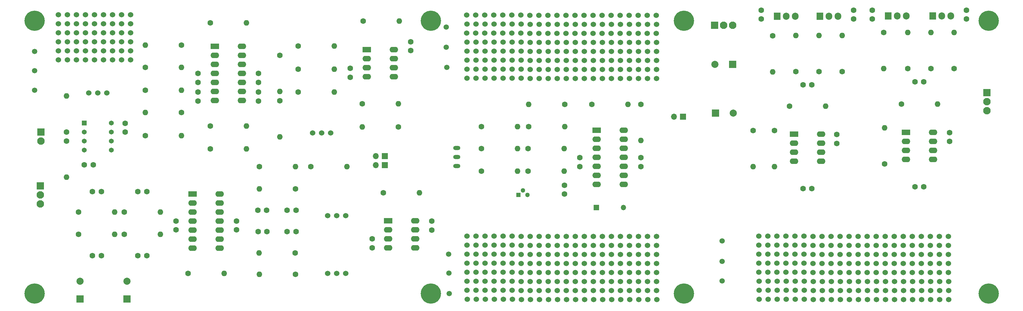
<source format=gbs>
G04 #@! TF.GenerationSoftware,KiCad,Pcbnew,8.0.4*
G04 #@! TF.CreationDate,2024-09-14T23:48:23-04:00*
G04 #@! TF.ProjectId,Signal_Processing_Board,5369676e-616c-45f5-9072-6f6365737369,rev?*
G04 #@! TF.SameCoordinates,Original*
G04 #@! TF.FileFunction,Soldermask,Bot*
G04 #@! TF.FilePolarity,Negative*
%FSLAX46Y46*%
G04 Gerber Fmt 4.6, Leading zero omitted, Abs format (unit mm)*
G04 Created by KiCad (PCBNEW 8.0.4) date 2024-09-14 23:48:23*
%MOMM*%
%LPD*%
G01*
G04 APERTURE LIST*
%ADD10C,1.500000*%
%ADD11C,1.524000*%
%ADD12C,5.700000*%
%ADD13R,1.700000X1.700000*%
%ADD14O,1.700000X1.700000*%
%ADD15R,2.100000X2.100000*%
%ADD16C,2.100000*%
%ADD17R,2.400000X1.600000*%
%ADD18O,2.400000X1.600000*%
%ADD19C,1.600000*%
%ADD20O,1.600000X1.600000*%
%ADD21R,1.905000X2.000000*%
%ADD22O,1.905000X2.000000*%
%ADD23R,2.000000X2.000000*%
%ADD24C,2.000000*%
%ADD25C,1.300000*%
%ADD26R,1.300000X1.300000*%
%ADD27O,2.000000X1.200000*%
%ADD28C,1.371600*%
%ADD29R,1.371600X1.371600*%
%ADD30O,1.500000X1.500000*%
%ADD31R,1.500000X1.500000*%
G04 APERTURE END LIST*
D10*
X274750000Y-176750000D03*
X274750000Y-171250000D03*
X274750000Y-165500000D03*
D11*
X290180000Y-164130000D03*
X290180000Y-169210000D03*
X290190000Y-166670000D03*
X290190000Y-171750000D03*
X290190000Y-174290000D03*
X290200000Y-176830000D03*
X290210000Y-179370000D03*
X290220000Y-181910000D03*
X307960000Y-164170000D03*
X307960000Y-169250000D03*
X307970000Y-166710000D03*
X307970000Y-171790000D03*
X307970000Y-174330000D03*
X307980000Y-176870000D03*
X307990000Y-179410000D03*
X308000000Y-181950000D03*
X323200000Y-164200000D03*
X323200000Y-169280000D03*
X323210000Y-166740000D03*
X323210000Y-171820000D03*
X323210000Y-174360000D03*
X323220000Y-176900000D03*
X323230000Y-179440000D03*
X323240000Y-181980000D03*
X338440000Y-164200000D03*
X338440000Y-169280000D03*
X338450000Y-166740000D03*
X338450000Y-171820000D03*
X338450000Y-174360000D03*
X338460000Y-176900000D03*
X338470000Y-179440000D03*
X338480000Y-181980000D03*
X292720000Y-164130000D03*
X292720000Y-169210000D03*
X292730000Y-166670000D03*
X292730000Y-171750000D03*
X292730000Y-174290000D03*
X292740000Y-176830000D03*
X292750000Y-179370000D03*
X292760000Y-181910000D03*
X310500000Y-164170000D03*
X310500000Y-169250000D03*
X310510000Y-166710000D03*
X310510000Y-171790000D03*
X310510000Y-174330000D03*
X310520000Y-176870000D03*
X310530000Y-179410000D03*
X310540000Y-181950000D03*
X325740000Y-164200000D03*
X325740000Y-169280000D03*
X325750000Y-166740000D03*
X325750000Y-171820000D03*
X325750000Y-174360000D03*
X325760000Y-176900000D03*
X325770000Y-179440000D03*
X325780000Y-181980000D03*
X295260000Y-164130000D03*
X295260000Y-169210000D03*
X295270000Y-166670000D03*
X295270000Y-171750000D03*
X295270000Y-174290000D03*
X295280000Y-176830000D03*
X295290000Y-179370000D03*
X295300000Y-181910000D03*
X313040000Y-164170000D03*
X313040000Y-169250000D03*
X313050000Y-166710000D03*
X313050000Y-171790000D03*
X313050000Y-174330000D03*
X313060000Y-176870000D03*
X313070000Y-179410000D03*
X313080000Y-181950000D03*
X328280000Y-164200000D03*
X328280000Y-169280000D03*
X328290000Y-166740000D03*
X328290000Y-171820000D03*
X328290000Y-174360000D03*
X328300000Y-176900000D03*
X328310000Y-179440000D03*
X328320000Y-181980000D03*
X287640000Y-164130000D03*
X287640000Y-169210000D03*
X287650000Y-166670000D03*
X287650000Y-171750000D03*
X287650000Y-174290000D03*
X287660000Y-176830000D03*
X287670000Y-179370000D03*
X287680000Y-181910000D03*
X305420000Y-164170000D03*
X305420000Y-169250000D03*
X305430000Y-166710000D03*
X305430000Y-171790000D03*
X305430000Y-174330000D03*
X305440000Y-176870000D03*
X305450000Y-179410000D03*
X305460000Y-181950000D03*
X320660000Y-164200000D03*
X320660000Y-169280000D03*
X320670000Y-166740000D03*
X320670000Y-171820000D03*
X320670000Y-174360000D03*
X320680000Y-176900000D03*
X320690000Y-179440000D03*
X320700000Y-181980000D03*
X335900000Y-164200000D03*
X335900000Y-169280000D03*
X335910000Y-166740000D03*
X335910000Y-171820000D03*
X335910000Y-174360000D03*
X335920000Y-176900000D03*
X335930000Y-179440000D03*
X335940000Y-181980000D03*
X297800000Y-164130000D03*
X297800000Y-169210000D03*
X297810000Y-166670000D03*
X297810000Y-171750000D03*
X297810000Y-174290000D03*
X297820000Y-176830000D03*
X297830000Y-179370000D03*
X297840000Y-181910000D03*
X315580000Y-164170000D03*
X315580000Y-169250000D03*
X315590000Y-166710000D03*
X315590000Y-171790000D03*
X315590000Y-174330000D03*
X315600000Y-176870000D03*
X315610000Y-179410000D03*
X315620000Y-181950000D03*
X330820000Y-164200000D03*
X330820000Y-169280000D03*
X330830000Y-166740000D03*
X330830000Y-171820000D03*
X330830000Y-174360000D03*
X330840000Y-176900000D03*
X330850000Y-179440000D03*
X330860000Y-181980000D03*
X285100000Y-164130000D03*
X285100000Y-169210000D03*
X285110000Y-166670000D03*
X285110000Y-171750000D03*
X285110000Y-174290000D03*
X285120000Y-176830000D03*
X285130000Y-179370000D03*
X285140000Y-181910000D03*
X300340000Y-164160000D03*
X300340000Y-169240000D03*
X300350000Y-166700000D03*
X300350000Y-171780000D03*
X300350000Y-174320000D03*
X300360000Y-176860000D03*
X300370000Y-179400000D03*
X300380000Y-181940000D03*
X302880000Y-164170000D03*
X302880000Y-169250000D03*
X302890000Y-166710000D03*
X302890000Y-171790000D03*
X302890000Y-174330000D03*
X302900000Y-176870000D03*
X302910000Y-179410000D03*
X302920000Y-181950000D03*
X318120000Y-164200000D03*
X318120000Y-169280000D03*
X318130000Y-166740000D03*
X318130000Y-171820000D03*
X318130000Y-174360000D03*
X318140000Y-176900000D03*
X318150000Y-179440000D03*
X318160000Y-181980000D03*
X333360000Y-164200000D03*
X333360000Y-169280000D03*
X333370000Y-166740000D03*
X333370000Y-171820000D03*
X333370000Y-174360000D03*
X333380000Y-176900000D03*
X333390000Y-179440000D03*
X333400000Y-181980000D03*
D12*
X349750000Y-180250000D03*
X349750000Y-103500000D03*
X264000000Y-180250000D03*
X264000000Y-103500000D03*
D13*
X263745000Y-130500000D03*
D14*
X261205000Y-130500000D03*
D15*
X349250000Y-123710000D03*
D16*
X349250000Y-126250000D03*
X349250000Y-128790000D03*
D17*
X294940000Y-135440000D03*
D18*
X294940000Y-137980000D03*
X294940000Y-140520000D03*
X294940000Y-143060000D03*
X302560000Y-143060000D03*
X302560000Y-140520000D03*
X302560000Y-137980000D03*
X302560000Y-135440000D03*
X334060000Y-134880000D03*
X334060000Y-137420000D03*
X334060000Y-139960000D03*
X334060000Y-142500000D03*
X326440000Y-142500000D03*
X326440000Y-139960000D03*
X326440000Y-137420000D03*
D17*
X326440000Y-134880000D03*
D19*
X283500000Y-134420000D03*
D20*
X283500000Y-144580000D03*
D19*
X293670000Y-127500000D03*
D20*
X303830000Y-127500000D03*
D19*
X289500000Y-134420000D03*
D20*
X289500000Y-144580000D03*
D19*
X308500000Y-117830000D03*
D20*
X308500000Y-107670000D03*
D19*
X302000000Y-117830000D03*
D20*
X302000000Y-107670000D03*
D19*
X295500000Y-117830000D03*
D20*
X295500000Y-107670000D03*
D19*
X289000000Y-107690000D03*
D20*
X289000000Y-117850000D03*
D19*
X320500000Y-143770000D03*
D20*
X320500000Y-133610000D03*
D19*
X325170000Y-126940000D03*
D20*
X335330000Y-126940000D03*
D19*
X340000000Y-116940000D03*
D20*
X340000000Y-106780000D03*
D19*
X333500000Y-116940000D03*
D20*
X333500000Y-106780000D03*
D19*
X320250000Y-106780000D03*
D20*
X320250000Y-116940000D03*
D19*
X327000000Y-116940000D03*
D20*
X327000000Y-106780000D03*
D21*
X302290000Y-102195000D03*
D22*
X304830000Y-102195000D03*
X307370000Y-102195000D03*
D21*
X290250000Y-102195000D03*
D22*
X292790000Y-102195000D03*
X295330000Y-102195000D03*
X339080000Y-102140000D03*
X336540000Y-102140000D03*
D21*
X334000000Y-102140000D03*
D22*
X326540000Y-102135000D03*
X324000000Y-102135000D03*
D21*
X321460000Y-102135000D03*
D15*
X272670000Y-104750000D03*
D16*
X275210000Y-104750000D03*
X277750000Y-104750000D03*
D19*
X311750000Y-103000000D03*
X311750000Y-100500000D03*
X285750000Y-103000000D03*
X285750000Y-100500000D03*
X343500000Y-103000000D03*
X343500000Y-100500000D03*
X317000000Y-103000000D03*
X317000000Y-100500000D03*
X329000000Y-150190000D03*
X331500000Y-150190000D03*
X338750000Y-137440000D03*
X338750000Y-134940000D03*
X297500000Y-150750000D03*
X300000000Y-150750000D03*
X307000000Y-138000000D03*
X307000000Y-135500000D03*
X297500000Y-121500000D03*
X300000000Y-121500000D03*
X331500000Y-120690000D03*
X329000000Y-120690000D03*
D23*
X272882323Y-129500000D03*
D24*
X277882323Y-129500000D03*
D23*
X277750000Y-115750000D03*
D24*
X272750000Y-115750000D03*
D25*
X219925000Y-152523536D03*
X218655000Y-151253536D03*
D26*
X217385000Y-152523536D03*
D19*
X176260000Y-167388536D03*
X176260000Y-164888536D03*
D20*
X165610000Y-110578536D03*
D19*
X155450000Y-110578536D03*
D20*
X217155000Y-133273536D03*
D19*
X206995000Y-133273536D03*
D20*
X217155000Y-145773536D03*
D19*
X206995000Y-145773536D03*
X97570000Y-169578536D03*
X100070000Y-169578536D03*
D20*
X90280000Y-147488536D03*
D19*
X90280000Y-137328536D03*
X152320000Y-162828536D03*
X154820000Y-162828536D03*
D20*
X144450000Y-168828536D03*
D19*
X154610000Y-168828536D03*
D20*
X173450000Y-133328536D03*
D19*
X183610000Y-133328536D03*
D12*
X192750000Y-103500000D03*
D19*
X100070000Y-151578536D03*
X97570000Y-151578536D03*
D10*
X81280000Y-123078536D03*
D11*
X251200000Y-119728536D03*
X251190000Y-117188536D03*
X251180000Y-114648536D03*
X251170000Y-112108536D03*
X251170000Y-109568536D03*
X251170000Y-104488536D03*
X251160000Y-107028536D03*
X251160000Y-101948536D03*
X235960000Y-119728536D03*
X235950000Y-117188536D03*
X235940000Y-114648536D03*
X235930000Y-112108536D03*
X235930000Y-109568536D03*
X235930000Y-104488536D03*
X235920000Y-107028536D03*
X235920000Y-101948536D03*
X220720000Y-119698536D03*
X220710000Y-117158536D03*
X220700000Y-114618536D03*
X220690000Y-112078536D03*
X220690000Y-109538536D03*
X220690000Y-104458536D03*
X220680000Y-106998536D03*
X220680000Y-101918536D03*
X218180000Y-119688536D03*
X218170000Y-117148536D03*
X218160000Y-114608536D03*
X218150000Y-112068536D03*
X218150000Y-109528536D03*
X218150000Y-104448536D03*
X218140000Y-106988536D03*
X218140000Y-101908536D03*
X202940000Y-119658536D03*
X202930000Y-117118536D03*
X202920000Y-114578536D03*
X202910000Y-112038536D03*
X202910000Y-109498536D03*
X202910000Y-104418536D03*
X202900000Y-106958536D03*
X202900000Y-101878536D03*
X248660000Y-119728536D03*
X248650000Y-117188536D03*
X248640000Y-114648536D03*
X248630000Y-112108536D03*
X248630000Y-109568536D03*
X248630000Y-104488536D03*
X248620000Y-107028536D03*
X248620000Y-101948536D03*
X233420000Y-119698536D03*
X233410000Y-117158536D03*
X233400000Y-114618536D03*
X233390000Y-112078536D03*
X233390000Y-109538536D03*
X233390000Y-104458536D03*
X233380000Y-106998536D03*
X233380000Y-101918536D03*
X215640000Y-119658536D03*
X215630000Y-117118536D03*
X215620000Y-114578536D03*
X215610000Y-112038536D03*
X215610000Y-109498536D03*
X215610000Y-104418536D03*
X215600000Y-106958536D03*
X215600000Y-101878536D03*
X253740000Y-119728536D03*
X253730000Y-117188536D03*
X253720000Y-114648536D03*
X253710000Y-112108536D03*
X253710000Y-109568536D03*
X253710000Y-104488536D03*
X253700000Y-107028536D03*
X253700000Y-101948536D03*
X238500000Y-119728536D03*
X238490000Y-117188536D03*
X238480000Y-114648536D03*
X238470000Y-112108536D03*
X238470000Y-109568536D03*
X238470000Y-104488536D03*
X238460000Y-107028536D03*
X238460000Y-101948536D03*
X223260000Y-119698536D03*
X223250000Y-117158536D03*
X223240000Y-114618536D03*
X223230000Y-112078536D03*
X223230000Y-109538536D03*
X223230000Y-104458536D03*
X223220000Y-106998536D03*
X223220000Y-101918536D03*
X205480000Y-119658536D03*
X205470000Y-117118536D03*
X205460000Y-114578536D03*
X205450000Y-112038536D03*
X205450000Y-109498536D03*
X205450000Y-104418536D03*
X205440000Y-106958536D03*
X205440000Y-101878536D03*
X246120000Y-119728536D03*
X246110000Y-117188536D03*
X246100000Y-114648536D03*
X246090000Y-112108536D03*
X246090000Y-109568536D03*
X246090000Y-104488536D03*
X246080000Y-107028536D03*
X246080000Y-101948536D03*
X230880000Y-119698536D03*
X230870000Y-117158536D03*
X230860000Y-114618536D03*
X230850000Y-112078536D03*
X230850000Y-109538536D03*
X230850000Y-104458536D03*
X230840000Y-106998536D03*
X230840000Y-101918536D03*
X213100000Y-119658536D03*
X213090000Y-117118536D03*
X213080000Y-114578536D03*
X213070000Y-112038536D03*
X213070000Y-109498536D03*
X213070000Y-104418536D03*
X213060000Y-106958536D03*
X213060000Y-101878536D03*
X243580000Y-119728536D03*
X243570000Y-117188536D03*
X243560000Y-114648536D03*
X243550000Y-112108536D03*
X243550000Y-109568536D03*
X243550000Y-104488536D03*
X243540000Y-107028536D03*
X243540000Y-101948536D03*
X228340000Y-119698536D03*
X228330000Y-117158536D03*
X228320000Y-114618536D03*
X228310000Y-112078536D03*
X228310000Y-109538536D03*
X228310000Y-104458536D03*
X228300000Y-106998536D03*
X228300000Y-101918536D03*
X210560000Y-119658536D03*
X210550000Y-117118536D03*
X210540000Y-114578536D03*
X210530000Y-112038536D03*
X210530000Y-109498536D03*
X210530000Y-104418536D03*
X210520000Y-106958536D03*
X210520000Y-101878536D03*
X256280000Y-119728536D03*
X256270000Y-117188536D03*
X256260000Y-114648536D03*
X256250000Y-112108536D03*
X256250000Y-109568536D03*
X256250000Y-104488536D03*
X256240000Y-107028536D03*
X256240000Y-101948536D03*
X241040000Y-119728536D03*
X241030000Y-117188536D03*
X241020000Y-114648536D03*
X241010000Y-112108536D03*
X241010000Y-109568536D03*
X241010000Y-104488536D03*
X241000000Y-107028536D03*
X241000000Y-101948536D03*
X225800000Y-119698536D03*
X225790000Y-117158536D03*
X225780000Y-114618536D03*
X225770000Y-112078536D03*
X225770000Y-109538536D03*
X225770000Y-104458536D03*
X225760000Y-106998536D03*
X225760000Y-101918536D03*
X208020000Y-119658536D03*
X208010000Y-117118536D03*
X208000000Y-114578536D03*
X207990000Y-112038536D03*
X207990000Y-109498536D03*
X207990000Y-104418536D03*
X207980000Y-106958536D03*
X207980000Y-101878536D03*
D19*
X121070000Y-159828536D03*
X121070000Y-162328536D03*
D20*
X169150000Y-144578536D03*
D19*
X158990000Y-144578536D03*
D20*
X150280000Y-136158536D03*
D19*
X150280000Y-125998536D03*
D27*
X200030000Y-139288536D03*
X200030000Y-141828536D03*
X200030000Y-144368536D03*
D10*
X197120000Y-105228536D03*
D20*
X183860000Y-103578536D03*
D19*
X173700000Y-103578536D03*
D14*
X177315000Y-144153536D03*
D13*
X179855000Y-144153536D03*
D20*
X112450000Y-129328536D03*
D19*
X122610000Y-129328536D03*
D20*
X122610000Y-135828536D03*
D19*
X112450000Y-135828536D03*
D20*
X230315000Y-139423536D03*
D19*
X220155000Y-139423536D03*
X127280000Y-126078536D03*
X127280000Y-123578536D03*
D20*
X165610000Y-117078536D03*
D19*
X155450000Y-117078536D03*
D11*
X168860000Y-174578536D03*
X166320000Y-174578536D03*
X163780000Y-174578536D03*
D19*
X251905000Y-144523536D03*
X251905000Y-142023536D03*
D24*
X107280000Y-176828536D03*
D23*
X107280000Y-181828536D03*
D10*
X81280000Y-112078536D03*
D20*
X140860000Y-139578536D03*
D19*
X130700000Y-139578536D03*
D10*
X197870000Y-174488536D03*
D18*
X133320000Y-152288536D03*
X133320000Y-154828536D03*
X133320000Y-157368536D03*
X133320000Y-159908536D03*
X133320000Y-162448536D03*
X133320000Y-164988536D03*
X133320000Y-167528536D03*
X125700000Y-167528536D03*
X125700000Y-164988536D03*
X125700000Y-162448536D03*
X125700000Y-159908536D03*
X125700000Y-157368536D03*
X125700000Y-154828536D03*
D17*
X125700000Y-152288536D03*
D19*
X230405000Y-152273536D03*
X230405000Y-149773536D03*
D20*
X112450000Y-110328536D03*
D19*
X122610000Y-110328536D03*
D20*
X230465000Y-133273536D03*
D19*
X220305000Y-133273536D03*
D12*
X81250000Y-103500000D03*
D20*
X90280000Y-124668536D03*
D19*
X90280000Y-134828536D03*
D28*
X102840000Y-132268536D03*
X102840000Y-134808536D03*
X102840000Y-137348536D03*
X102840000Y-139888536D03*
X95220000Y-139888536D03*
X95220000Y-137348536D03*
X95220000Y-134808536D03*
D29*
X95220000Y-132268536D03*
D11*
X251250000Y-181978536D03*
X251240000Y-179438536D03*
X251230000Y-176898536D03*
X251220000Y-174358536D03*
X251220000Y-171818536D03*
X251220000Y-166738536D03*
X251210000Y-169278536D03*
X251210000Y-164198536D03*
X236010000Y-181978536D03*
X236000000Y-179438536D03*
X235990000Y-176898536D03*
X235980000Y-174358536D03*
X235980000Y-171818536D03*
X235980000Y-166738536D03*
X235970000Y-169278536D03*
X235970000Y-164198536D03*
X220770000Y-181948536D03*
X220760000Y-179408536D03*
X220750000Y-176868536D03*
X220740000Y-174328536D03*
X220740000Y-171788536D03*
X220740000Y-166708536D03*
X220730000Y-169248536D03*
X220730000Y-164168536D03*
X218230000Y-181938536D03*
X218220000Y-179398536D03*
X218210000Y-176858536D03*
X218200000Y-174318536D03*
X218200000Y-171778536D03*
X218200000Y-166698536D03*
X218190000Y-169238536D03*
X218190000Y-164158536D03*
X202990000Y-181908536D03*
X202980000Y-179368536D03*
X202970000Y-176828536D03*
X202960000Y-174288536D03*
X202960000Y-171748536D03*
X202960000Y-166668536D03*
X202950000Y-169208536D03*
X202950000Y-164128536D03*
X248710000Y-181978536D03*
X248700000Y-179438536D03*
X248690000Y-176898536D03*
X248680000Y-174358536D03*
X248680000Y-171818536D03*
X248680000Y-166738536D03*
X248670000Y-169278536D03*
X248670000Y-164198536D03*
X233470000Y-181948536D03*
X233460000Y-179408536D03*
X233450000Y-176868536D03*
X233440000Y-174328536D03*
X233440000Y-171788536D03*
X233440000Y-166708536D03*
X233430000Y-169248536D03*
X233430000Y-164168536D03*
X215690000Y-181908536D03*
X215680000Y-179368536D03*
X215670000Y-176828536D03*
X215660000Y-174288536D03*
X215660000Y-171748536D03*
X215660000Y-166668536D03*
X215650000Y-169208536D03*
X215650000Y-164128536D03*
X253790000Y-181978536D03*
X253780000Y-179438536D03*
X253770000Y-176898536D03*
X253760000Y-174358536D03*
X253760000Y-171818536D03*
X253760000Y-166738536D03*
X253750000Y-169278536D03*
X253750000Y-164198536D03*
X238550000Y-181978536D03*
X238540000Y-179438536D03*
X238530000Y-176898536D03*
X238520000Y-174358536D03*
X238520000Y-171818536D03*
X238520000Y-166738536D03*
X238510000Y-169278536D03*
X238510000Y-164198536D03*
X223310000Y-181948536D03*
X223300000Y-179408536D03*
X223290000Y-176868536D03*
X223280000Y-174328536D03*
X223280000Y-171788536D03*
X223280000Y-166708536D03*
X223270000Y-169248536D03*
X223270000Y-164168536D03*
X205530000Y-181908536D03*
X205520000Y-179368536D03*
X205510000Y-176828536D03*
X205500000Y-174288536D03*
X205500000Y-171748536D03*
X205500000Y-166668536D03*
X205490000Y-169208536D03*
X205490000Y-164128536D03*
X246170000Y-181978536D03*
X246160000Y-179438536D03*
X246150000Y-176898536D03*
X246140000Y-174358536D03*
X246140000Y-171818536D03*
X246140000Y-166738536D03*
X246130000Y-169278536D03*
X246130000Y-164198536D03*
X230930000Y-181948536D03*
X230920000Y-179408536D03*
X230910000Y-176868536D03*
X230900000Y-174328536D03*
X230900000Y-171788536D03*
X230900000Y-166708536D03*
X230890000Y-169248536D03*
X230890000Y-164168536D03*
X213150000Y-181908536D03*
X213140000Y-179368536D03*
X213130000Y-176828536D03*
X213120000Y-174288536D03*
X213120000Y-171748536D03*
X213120000Y-166668536D03*
X213110000Y-169208536D03*
X213110000Y-164128536D03*
X243630000Y-181978536D03*
X243620000Y-179438536D03*
X243610000Y-176898536D03*
X243600000Y-174358536D03*
X243600000Y-171818536D03*
X243600000Y-166738536D03*
X243590000Y-169278536D03*
X243590000Y-164198536D03*
X228390000Y-181948536D03*
X228380000Y-179408536D03*
X228370000Y-176868536D03*
X228360000Y-174328536D03*
X228360000Y-171788536D03*
X228360000Y-166708536D03*
X228350000Y-169248536D03*
X228350000Y-164168536D03*
X210610000Y-181908536D03*
X210600000Y-179368536D03*
X210590000Y-176828536D03*
X210580000Y-174288536D03*
X210580000Y-171748536D03*
X210580000Y-166668536D03*
X210570000Y-169208536D03*
X210570000Y-164128536D03*
X256330000Y-181978536D03*
X256320000Y-179438536D03*
X256310000Y-176898536D03*
X256300000Y-174358536D03*
X256300000Y-171818536D03*
X256300000Y-166738536D03*
X256290000Y-169278536D03*
X256290000Y-164198536D03*
X241090000Y-181978536D03*
X241080000Y-179438536D03*
X241070000Y-176898536D03*
X241060000Y-174358536D03*
X241060000Y-171818536D03*
X241060000Y-166738536D03*
X241050000Y-169278536D03*
X241050000Y-164198536D03*
X225850000Y-181948536D03*
X225840000Y-179408536D03*
X225830000Y-176868536D03*
X225820000Y-174328536D03*
X225820000Y-171788536D03*
X225820000Y-166708536D03*
X225810000Y-169248536D03*
X225810000Y-164168536D03*
X208070000Y-181908536D03*
X208060000Y-179368536D03*
X208050000Y-176828536D03*
X208040000Y-174288536D03*
X208040000Y-171748536D03*
X208040000Y-166668536D03*
X208030000Y-169208536D03*
X208030000Y-164128536D03*
D19*
X170090000Y-119388536D03*
X170090000Y-116888536D03*
D20*
X116650000Y-157328536D03*
D19*
X106490000Y-157328536D03*
D11*
X101610000Y-123828536D03*
X99070000Y-123828536D03*
X96530000Y-123828536D03*
D19*
X106780000Y-132328536D03*
X106780000Y-134828536D03*
D20*
X230315000Y-145773536D03*
D19*
X220155000Y-145773536D03*
D10*
X197250000Y-116578536D03*
D20*
X251905000Y-137203536D03*
D19*
X251905000Y-127043536D03*
X112820000Y-151578536D03*
X110320000Y-151578536D03*
D18*
X139590000Y-110708536D03*
X139590000Y-113248536D03*
X139590000Y-115788536D03*
X139590000Y-118328536D03*
X139590000Y-120868536D03*
X139590000Y-123408536D03*
X139590000Y-125948536D03*
X131970000Y-125948536D03*
X131970000Y-123408536D03*
X131970000Y-120868536D03*
X131970000Y-118328536D03*
X131970000Y-115788536D03*
X131970000Y-113248536D03*
D17*
X131970000Y-110708536D03*
D19*
X112820000Y-169578536D03*
X110320000Y-169578536D03*
D20*
X144490000Y-150828536D03*
D19*
X154650000Y-150828536D03*
X127280000Y-118328536D03*
X127280000Y-120828536D03*
D11*
X164610000Y-135078536D03*
X162070000Y-135078536D03*
X159530000Y-135078536D03*
D20*
X140860000Y-104078536D03*
D19*
X130700000Y-104078536D03*
D18*
X247025000Y-134323536D03*
X247025000Y-136863536D03*
X247025000Y-139403536D03*
X247025000Y-141943536D03*
X247025000Y-144483536D03*
X247025000Y-147023536D03*
X247025000Y-149563536D03*
X239405000Y-149563536D03*
X239405000Y-147023536D03*
X239405000Y-144483536D03*
X239405000Y-141943536D03*
X239405000Y-139403536D03*
X239405000Y-136863536D03*
D17*
X239405000Y-134323536D03*
D11*
X168860000Y-158328536D03*
X166320000Y-158328536D03*
X163780000Y-158328536D03*
D19*
X144150000Y-162828536D03*
X146650000Y-162828536D03*
D20*
X183610000Y-126828536D03*
D19*
X173450000Y-126828536D03*
D18*
X182400000Y-111578536D03*
X182400000Y-114118536D03*
X182400000Y-116658536D03*
X182400000Y-119198536D03*
X174780000Y-119198536D03*
X174780000Y-116658536D03*
X174780000Y-114118536D03*
D17*
X174780000Y-111578536D03*
D20*
X140860000Y-133078536D03*
D19*
X130700000Y-133078536D03*
X152320000Y-156828536D03*
X154820000Y-156828536D03*
D16*
X83030000Y-137328536D03*
D15*
X83030000Y-134788536D03*
D20*
X165610000Y-123578536D03*
D19*
X155450000Y-123578536D03*
D10*
X197130000Y-110908536D03*
D20*
X122610000Y-116578536D03*
D19*
X112450000Y-116578536D03*
D10*
X81280000Y-117578536D03*
D20*
X220325000Y-127023536D03*
D19*
X230485000Y-127023536D03*
D20*
X122610000Y-123078536D03*
D19*
X112450000Y-123078536D03*
D11*
X98140000Y-114528536D03*
X98130000Y-111988536D03*
X98130000Y-109448536D03*
X98130000Y-104368536D03*
X98120000Y-106908536D03*
X98120000Y-101828536D03*
X95600000Y-114518536D03*
X95590000Y-111978536D03*
X95590000Y-109438536D03*
X95590000Y-104358536D03*
X95580000Y-106898536D03*
X95580000Y-101818536D03*
X93060000Y-114488536D03*
X93050000Y-111948536D03*
X93050000Y-109408536D03*
X93050000Y-104328536D03*
X93040000Y-106868536D03*
X93040000Y-101788536D03*
X100680000Y-114528536D03*
X100670000Y-111988536D03*
X100670000Y-109448536D03*
X100670000Y-104368536D03*
X100660000Y-106908536D03*
X100660000Y-101828536D03*
X108300000Y-114528536D03*
X108290000Y-111988536D03*
X108290000Y-109448536D03*
X108290000Y-104368536D03*
X108280000Y-106908536D03*
X108280000Y-101828536D03*
X90520000Y-114488536D03*
X90510000Y-111948536D03*
X90510000Y-109408536D03*
X90510000Y-104328536D03*
X90500000Y-106868536D03*
X90500000Y-101788536D03*
X105760000Y-114528536D03*
X105750000Y-111988536D03*
X105750000Y-109448536D03*
X105750000Y-104368536D03*
X105740000Y-106908536D03*
X105740000Y-101828536D03*
X87980000Y-114488536D03*
X87970000Y-111948536D03*
X87970000Y-109408536D03*
X87970000Y-104328536D03*
X87960000Y-106868536D03*
X87960000Y-101788536D03*
X103220000Y-114528536D03*
X103210000Y-111988536D03*
X103210000Y-109448536D03*
X103210000Y-104368536D03*
X103200000Y-106908536D03*
X103200000Y-101828536D03*
D19*
X97780000Y-144078536D03*
X95280000Y-144078536D03*
X193010000Y-162388536D03*
X193010000Y-159888536D03*
X144280000Y-126078536D03*
X144280000Y-123578536D03*
D20*
X150280000Y-123408536D03*
D19*
X150280000Y-113248536D03*
D24*
X94030000Y-176828536D03*
D23*
X94030000Y-181828536D03*
D19*
X144280000Y-118328536D03*
X144280000Y-120828536D03*
D18*
X188380000Y-159768536D03*
X188380000Y-162308536D03*
X188380000Y-164848536D03*
X188380000Y-167388536D03*
X180760000Y-167388536D03*
X180760000Y-164848536D03*
X180760000Y-162308536D03*
D17*
X180760000Y-159768536D03*
D12*
X192750000Y-180250000D03*
D19*
X187090000Y-111888536D03*
X187090000Y-109388536D03*
D20*
X189590000Y-151888536D03*
D19*
X179430000Y-151888536D03*
D20*
X103820000Y-163578536D03*
D19*
X93660000Y-163578536D03*
D20*
X103820000Y-157328536D03*
D19*
X93660000Y-157328536D03*
D20*
X116650000Y-163578536D03*
D19*
X106490000Y-163578536D03*
D20*
X217155000Y-139423536D03*
D19*
X206995000Y-139423536D03*
D12*
X81250000Y-180250000D03*
D30*
X246960000Y-156023536D03*
D31*
X239340000Y-156023536D03*
D14*
X177315000Y-141553536D03*
D13*
X179855000Y-141553536D03*
D20*
X248235000Y-127023536D03*
D19*
X238075000Y-127023536D03*
D16*
X82920000Y-155068536D03*
X82920000Y-152528536D03*
D15*
X82920000Y-149988536D03*
D20*
X154650000Y-144578536D03*
D19*
X144490000Y-144578536D03*
X138070000Y-162328536D03*
X138070000Y-159828536D03*
D10*
X197920000Y-180248536D03*
X197800000Y-169168536D03*
D20*
X144490000Y-174828536D03*
D19*
X154650000Y-174828536D03*
X144070000Y-156828536D03*
X146570000Y-156828536D03*
X234655000Y-144523536D03*
X234655000Y-142023536D03*
D20*
X134650000Y-174578536D03*
D19*
X124490000Y-174578536D03*
M02*

</source>
